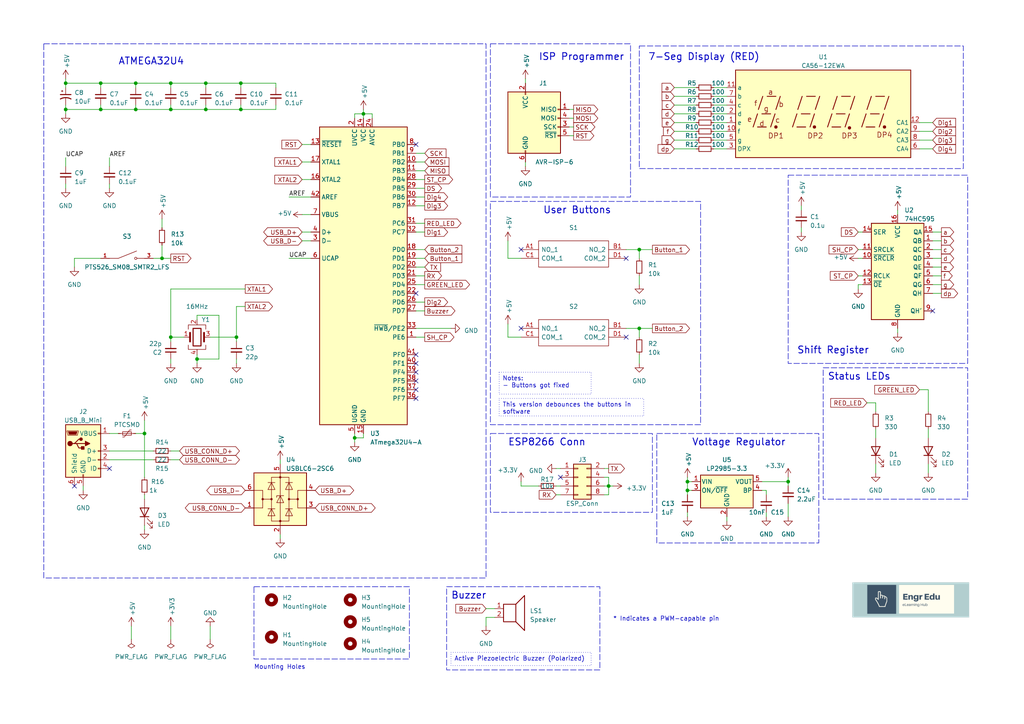
<source format=kicad_sch>
(kicad_sch (version 20230121) (generator eeschema)
  (paper "A4")
  (title_block (title "ATMEGA Kitchen Timer") (date "2023-04-15") (rev "3.0"))
  (junction (at 46.99 74.93))
  (junction (at 57.15 104.14))
  (junction (at 228.6 139.7))
  (junction (at 49.53 97.79))
  (junction (at 49.53 31.75))
  (junction (at 29.21 31.75))
  (junction (at 199.39 139.7))
  (junction (at 41.91 125.73))
  (junction (at 185.42 72.39))
  (junction (at 69.85 24.13))
  (junction (at 199.39 142.24))
  (junction (at 185.42 95.25))
  (junction (at 102.87 127))
  (junction (at 29.21 24.13))
  (junction (at 105.41 33.02))
  (junction (at 39.37 24.13))
  (junction (at 69.85 31.75))
  (junction (at 176.53 140.97))
  (junction (at 49.53 24.13))
  (junction (at 19.05 24.13))
  (junction (at 59.69 24.13))
  (junction (at 19.05 31.75))
  (junction (at 59.69 31.75))
  (junction (at 68.58 97.79))
  (junction (at 39.37 31.75))
  (no_connect (at 120.65 113.03))
  (no_connect (at 120.65 115.57))
  (no_connect (at 162.56 138.43))
  (no_connect (at 120.65 85.09))
  (no_connect (at 120.65 110.49))
  (no_connect (at 181.61 74.93))
  (no_connect (at 151.13 72.39))
  (no_connect (at 120.65 107.95))
  (no_connect (at 181.61 97.79))
  (no_connect (at 31.75 135.89))
  (no_connect (at 21.59 140.97))
  (no_connect (at 120.65 41.91))
  (no_connect (at 151.13 95.25))
  (no_connect (at 270.51 90.17))
  (no_connect (at 120.65 105.41))
  (no_connect (at 120.65 102.87))
  (wire (pts (xy 105.41 125.73) (xy 105.41 127)))
  (wire (pts (xy 228.6 138.43) (xy 228.6 139.7)))
  (wire (pts (xy 24.13 140.97) (xy 24.13 142.24)))
  (wire (pts (xy 19.05 24.13) (xy 19.05 25.4)))
  (wire (pts (xy 31.75 45.72) (xy 31.75 48.26)))
  (wire (pts (xy 260.35 95.25) (xy 260.35 96.52)))
  (wire (pts (xy 80.01 25.4) (xy 80.01 24.13)))
  (wire (pts (xy 185.42 95.25) (xy 185.42 97.79)))
  (wire (pts (xy 39.37 24.13) (xy 49.53 24.13)))
  (wire (pts (xy 59.69 30.48) (xy 59.69 31.75)))
  (wire (pts (xy 207.01 30.48) (xy 210.82 30.48)))
  (wire (pts (xy 19.05 31.75) (xy 19.05 33.02)))
  (wire (pts (xy 31.75 133.35) (xy 44.45 133.35)))
  (wire (pts (xy 49.53 99.06) (xy 49.53 97.79)))
  (wire (pts (xy 69.85 25.4) (xy 69.85 24.13)))
  (wire (pts (xy 57.15 104.14) (xy 57.15 105.41)))
  (wire (pts (xy 175.26 138.43) (xy 176.53 138.43)))
  (wire (pts (xy 69.85 24.13) (xy 80.01 24.13)))
  (wire (pts (xy 49.53 24.13) (xy 59.69 24.13)))
  (wire (pts (xy 60.96 181.61) (xy 60.96 185.42)))
  (wire (pts (xy 120.65 74.93) (xy 123.19 74.93)))
  (wire (pts (xy 120.65 57.15) (xy 123.19 57.15)))
  (wire (pts (xy 140.97 179.07) (xy 140.97 181.61)))
  (wire (pts (xy 120.65 90.17) (xy 123.19 90.17)))
  (wire (pts (xy 57.15 91.44) (xy 63.5 91.44)))
  (wire (pts (xy 270.51 67.31) (xy 273.05 67.31)))
  (wire (pts (xy 49.53 83.82) (xy 49.53 97.79)))
  (wire (pts (xy 185.42 95.25) (xy 189.23 95.25)))
  (wire (pts (xy 185.42 72.39) (xy 185.42 74.93)))
  (wire (pts (xy 228.6 146.05) (xy 228.6 149.86)))
  (wire (pts (xy 105.41 33.02) (xy 105.41 34.29)))
  (wire (pts (xy 46.99 63.5) (xy 46.99 66.04)))
  (wire (pts (xy 21.59 74.93) (xy 29.21 74.93)))
  (wire (pts (xy 120.65 80.01) (xy 123.19 80.01)))
  (wire (pts (xy 254 124.46) (xy 254 127)))
  (wire (pts (xy 41.91 143.51) (xy 41.91 144.78)))
  (wire (pts (xy 105.41 31.75) (xy 105.41 33.02)))
  (wire (pts (xy 248.92 72.39) (xy 250.19 72.39)))
  (wire (pts (xy 87.63 62.23) (xy 90.17 62.23)))
  (wire (pts (xy 222.25 148.59) (xy 222.25 149.86)))
  (wire (pts (xy 38.1 181.61) (xy 38.1 185.42)))
  (wire (pts (xy 161.29 143.51) (xy 162.56 143.51)))
  (wire (pts (xy 176.53 138.43) (xy 176.53 140.97)))
  (wire (pts (xy 57.15 102.87) (xy 57.15 104.14)))
  (wire (pts (xy 199.39 139.7) (xy 199.39 142.24)))
  (wire (pts (xy 39.37 31.75) (xy 29.21 31.75)))
  (wire (pts (xy 87.63 67.31) (xy 90.17 67.31)))
  (wire (pts (xy 195.58 30.48) (xy 201.93 30.48)))
  (wire (pts (xy 140.97 176.53) (xy 143.51 176.53)))
  (wire (pts (xy 59.69 31.75) (xy 49.53 31.75)))
  (wire (pts (xy 266.7 38.1) (xy 270.51 38.1)))
  (wire (pts (xy 87.63 52.07) (xy 90.17 52.07)))
  (wire (pts (xy 19.05 53.34) (xy 19.05 54.61)))
  (wire (pts (xy 269.24 113.03) (xy 269.24 119.38)))
  (wire (pts (xy 49.53 181.61) (xy 49.53 185.42)))
  (wire (pts (xy 49.53 133.35) (xy 52.07 133.35)))
  (wire (pts (xy 199.39 138.43) (xy 199.39 139.7)))
  (wire (pts (xy 195.58 27.94) (xy 201.93 27.94)))
  (wire (pts (xy 19.05 31.75) (xy 29.21 31.75)))
  (wire (pts (xy 39.37 30.48) (xy 39.37 31.75)))
  (wire (pts (xy 250.19 82.55) (xy 248.92 82.55)))
  (wire (pts (xy 69.85 31.75) (xy 80.01 31.75)))
  (wire (pts (xy 83.82 74.93) (xy 90.17 74.93)))
  (wire (pts (xy 156.21 140.97) (xy 151.13 140.97)))
  (wire (pts (xy 81.28 133.35) (xy 81.28 134.62)))
  (wire (pts (xy 161.29 140.97) (xy 162.56 140.97)))
  (wire (pts (xy 29.21 30.48) (xy 29.21 31.75)))
  (wire (pts (xy 269.24 124.46) (xy 269.24 127)))
  (wire (pts (xy 175.26 143.51) (xy 176.53 143.51)))
  (wire (pts (xy 195.58 35.56) (xy 201.93 35.56)))
  (wire (pts (xy 260.35 60.96) (xy 260.35 62.23)))
  (wire (pts (xy 266.7 113.03) (xy 269.24 113.03)))
  (wire (pts (xy 176.53 140.97) (xy 176.53 143.51)))
  (wire (pts (xy 102.87 125.73) (xy 102.87 127)))
  (wire (pts (xy 199.39 148.59) (xy 199.39 149.86)))
  (wire (pts (xy 228.6 140.97) (xy 228.6 139.7)))
  (wire (pts (xy 105.41 127) (xy 102.87 127)))
  (wire (pts (xy 68.58 88.9) (xy 68.58 97.79)))
  (wire (pts (xy 102.87 127) (xy 102.87 128.27)))
  (wire (pts (xy 232.41 59.69) (xy 232.41 60.96)))
  (wire (pts (xy 29.21 24.13) (xy 39.37 24.13)))
  (wire (pts (xy 195.58 38.1) (xy 201.93 38.1)))
  (wire (pts (xy 31.75 125.73) (xy 34.29 125.73)))
  (wire (pts (xy 46.99 71.12) (xy 46.99 74.93)))
  (wire (pts (xy 248.92 67.31) (xy 250.19 67.31)))
  (wire (pts (xy 207.01 25.4) (xy 210.82 25.4)))
  (wire (pts (xy 165.1 36.83) (xy 166.37 36.83)))
  (wire (pts (xy 39.37 25.4) (xy 39.37 24.13)))
  (wire (pts (xy 185.42 72.39) (xy 189.23 72.39)))
  (wire (pts (xy 81.28 154.94) (xy 81.28 156.21)))
  (wire (pts (xy 31.75 53.34) (xy 31.75 54.61)))
  (wire (pts (xy 44.45 74.93) (xy 46.99 74.93)))
  (wire (pts (xy 220.98 142.24) (xy 222.25 142.24)))
  (wire (pts (xy 120.65 77.47) (xy 123.19 77.47)))
  (wire (pts (xy 31.75 130.81) (xy 44.45 130.81)))
  (wire (pts (xy 147.32 97.79) (xy 147.32 93.98)))
  (wire (pts (xy 49.53 25.4) (xy 49.53 24.13)))
  (wire (pts (xy 152.4 46.99) (xy 152.4 48.26)))
  (wire (pts (xy 175.26 140.97) (xy 176.53 140.97)))
  (wire (pts (xy 49.53 97.79) (xy 53.34 97.79)))
  (wire (pts (xy 176.53 140.97) (xy 177.8 140.97)))
  (wire (pts (xy 269.24 134.62) (xy 269.24 137.16)))
  (wire (pts (xy 270.51 80.01) (xy 273.05 80.01)))
  (wire (pts (xy 266.7 40.64) (xy 270.51 40.64)))
  (wire (pts (xy 120.65 64.77) (xy 123.19 64.77)))
  (wire (pts (xy 151.13 140.97) (xy 151.13 139.7)))
  (wire (pts (xy 175.26 135.89) (xy 176.53 135.89)))
  (wire (pts (xy 248.92 74.93) (xy 250.19 74.93)))
  (wire (pts (xy 207.01 33.02) (xy 210.82 33.02)))
  (wire (pts (xy 102.87 33.02) (xy 105.41 33.02)))
  (wire (pts (xy 165.1 34.29) (xy 166.37 34.29)))
  (wire (pts (xy 49.53 130.81) (xy 52.07 130.81)))
  (wire (pts (xy 195.58 43.18) (xy 201.93 43.18)))
  (wire (pts (xy 143.51 179.07) (xy 140.97 179.07)))
  (wire (pts (xy 228.6 139.7) (xy 220.98 139.7)))
  (wire (pts (xy 181.61 95.25) (xy 185.42 95.25)))
  (wire (pts (xy 181.61 72.39) (xy 185.42 72.39)))
  (wire (pts (xy 120.65 44.45) (xy 123.19 44.45)))
  (wire (pts (xy 46.99 74.93) (xy 49.53 74.93)))
  (wire (pts (xy 41.91 152.4) (xy 41.91 153.67)))
  (wire (pts (xy 49.53 31.75) (xy 39.37 31.75)))
  (wire (pts (xy 39.37 125.73) (xy 41.91 125.73)))
  (wire (pts (xy 63.5 91.44) (xy 63.5 104.14)))
  (wire (pts (xy 80.01 30.48) (xy 80.01 31.75)))
  (wire (pts (xy 120.65 97.79) (xy 123.19 97.79)))
  (wire (pts (xy 107.95 33.02) (xy 105.41 33.02)))
  (wire (pts (xy 49.53 104.14) (xy 49.53 105.41)))
  (wire (pts (xy 248.92 82.55) (xy 248.92 83.82)))
  (wire (pts (xy 207.01 40.64) (xy 210.82 40.64)))
  (wire (pts (xy 41.91 121.92) (xy 41.91 125.73)))
  (wire (pts (xy 270.51 72.39) (xy 273.05 72.39)))
  (wire (pts (xy 207.01 27.94) (xy 210.82 27.94)))
  (wire (pts (xy 195.58 33.02) (xy 201.93 33.02)))
  (wire (pts (xy 49.53 30.48) (xy 49.53 31.75)))
  (wire (pts (xy 120.65 87.63) (xy 123.19 87.63)))
  (wire (pts (xy 199.39 142.24) (xy 200.66 142.24)))
  (wire (pts (xy 207.01 38.1) (xy 210.82 38.1)))
  (wire (pts (xy 151.13 74.93) (xy 147.32 74.93)))
  (wire (pts (xy 232.41 66.04) (xy 232.41 67.31)))
  (wire (pts (xy 120.65 49.53) (xy 123.19 49.53)))
  (wire (pts (xy 83.82 57.15) (xy 90.17 57.15)))
  (wire (pts (xy 199.39 142.24) (xy 199.39 143.51)))
  (wire (pts (xy 185.42 80.01) (xy 185.42 82.55)))
  (wire (pts (xy 59.69 25.4) (xy 59.69 24.13)))
  (wire (pts (xy 41.91 125.73) (xy 41.91 138.43)))
  (wire (pts (xy 270.51 74.93) (xy 273.05 74.93)))
  (wire (pts (xy 266.7 43.18) (xy 270.51 43.18)))
  (wire (pts (xy 165.1 31.75) (xy 166.37 31.75)))
  (wire (pts (xy 151.13 97.79) (xy 147.32 97.79)))
  (wire (pts (xy 270.51 77.47) (xy 273.05 77.47)))
  (wire (pts (xy 59.69 31.75) (xy 69.85 31.75)))
  (wire (pts (xy 270.51 69.85) (xy 273.05 69.85)))
  (wire (pts (xy 120.65 46.99) (xy 123.19 46.99)))
  (wire (pts (xy 107.95 34.29) (xy 107.95 33.02)))
  (wire (pts (xy 165.1 39.37) (xy 166.37 39.37)))
  (wire (pts (xy 161.29 135.89) (xy 162.56 135.89)))
  (wire (pts (xy 87.63 46.99) (xy 90.17 46.99)))
  (wire (pts (xy 210.82 149.86) (xy 210.82 151.13)))
  (wire (pts (xy 185.42 102.87) (xy 185.42 105.41)))
  (wire (pts (xy 195.58 25.4) (xy 201.93 25.4)))
  (wire (pts (xy 195.58 40.64) (xy 201.93 40.64)))
  (wire (pts (xy 19.05 24.13) (xy 29.21 24.13)))
  (wire (pts (xy 60.96 97.79) (xy 68.58 97.79)))
  (wire (pts (xy 68.58 104.14) (xy 68.58 105.41)))
  (wire (pts (xy 71.12 88.9) (xy 68.58 88.9)))
  (wire (pts (xy 120.65 67.31) (xy 123.19 67.31)))
  (wire (pts (xy 254 116.84) (xy 254 119.38)))
  (wire (pts (xy 69.85 30.48) (xy 69.85 31.75)))
  (wire (pts (xy 254 134.62) (xy 254 137.16)))
  (wire (pts (xy 120.65 82.55) (xy 123.19 82.55)))
  (wire (pts (xy 71.12 83.82) (xy 49.53 83.82)))
  (wire (pts (xy 87.63 41.91) (xy 90.17 41.91)))
  (wire (pts (xy 222.25 142.24) (xy 222.25 143.51)))
  (wire (pts (xy 69.85 24.13) (xy 59.69 24.13)))
  (wire (pts (xy 120.65 52.07) (xy 123.19 52.07)))
  (wire (pts (xy 63.5 104.14) (xy 57.15 104.14)))
  (wire (pts (xy 120.65 72.39) (xy 123.19 72.39)))
  (wire (pts (xy 19.05 45.72) (xy 19.05 48.26)))
  (wire (pts (xy 57.15 92.71) (xy 57.15 91.44)))
  (wire (pts (xy 19.05 30.48) (xy 19.05 31.75)))
  (wire (pts (xy 68.58 97.79) (xy 68.58 99.06)))
  (wire (pts (xy 29.21 25.4) (xy 29.21 24.13)))
  (wire (pts (xy 207.01 35.56) (xy 210.82 35.56)))
  (wire (pts (xy 270.51 85.09) (xy 273.05 85.09)))
  (wire (pts (xy 147.32 74.93) (xy 147.32 69.85)))
  (wire (pts (xy 200.66 139.7) (xy 199.39 139.7)))
  (wire (pts (xy 87.63 69.85) (xy 90.17 69.85)))
  (wire (pts (xy 19.05 22.86) (xy 19.05 24.13)))
  (wire (pts (xy 120.65 54.61) (xy 123.19 54.61)))
  (wire (pts (xy 102.87 34.29) (xy 102.87 33.02)))
  (wire (pts (xy 21.59 77.47) (xy 21.59 74.93)))
  (wire (pts (xy 266.7 35.56) (xy 270.51 35.56)))
  (wire (pts (xy 120.65 59.69) (xy 123.19 59.69)))
  (wire (pts (xy 248.92 80.01) (xy 250.19 80.01)))
  (wire (pts (xy 120.65 95.25) (xy 130.81 95.25)))
  (wire (pts (xy 251.46 116.84) (xy 254 116.84)))
  (wire (pts (xy 270.51 82.55) (xy 273.05 82.55)))
  (wire (pts (xy 152.4 22.86) (xy 152.4 24.13)))
  (wire (pts (xy 207.01 43.18) (xy 210.82 43.18)))
  (rectangle (start 142.24 12.7) (end 182.88 57.15) (stroke (width 0) (type dash)))
  (rectangle (start 190.5 125.73) (end 237.49 157.48) (stroke (width 0) (type dash)))
  (rectangle (start 238.76 106.68) (end 280.67 144.78) (stroke (width 0) (type dash)))
  (rectangle (start 73.66 170.18) (end 118.745 191.135) (stroke (width 0) (type dash)))
  (rectangle (start 12.7 12.7) (end 140.97 167.64) (stroke (width 0) (type dash)))
  (rectangle (start 129.54 170.18) (end 173.99 194.31) (stroke (width 0) (type dash)))
  (rectangle (start 142.24 58.42) (end 203.2 123.19) (stroke (width 0) (type dash)))
  (rectangle (start 228.6 50.8) (end 280.67 105.41) (stroke (width 0) (type dash)))
  (rectangle (start 185.42 13.335) (end 279.4 48.895) (stroke (width 0) (type dash)))
  (rectangle (start 142.24 125.73) (end 189.23 148.59) (stroke (width 0) (type dash)))
  (image (at 264.16 173.99) (scale 0.800628))
  (text_box "Notes:\n- Buttons got fixed" (at 144.78 107.95 0) (size 26.67 6.35) (stroke (width 0) (type dot)) (effects (font (size 1.27 1.27)) (justify left top)))
  (text_box "Active Piezoelectric Buzzer (Polarized)" (at 130.81 189.23 0) (size 40.64 3.81) (stroke (width 0) (type dot)) (effects (font (size 1.27 1.27)) (justify left top)))
  (text_box "This version debounces the buttons in software" (at 144.78 115.57 0) (size 41.91 5.08) (stroke (width 0) (type dot)) (effects (font (size 1.27 1.27)) (justify left top)))
  (text "Shift Register" (at 231.14 102.87 0) (effects (font (size 2 2) (thickness 0.254) bold) (justify left bottom)))
  (text "Mounting Holes" (at 73.66 194.31 0) (effects (font (size 1.27 1.27)) (justify left bottom)))
  (text "Voltage Regulator" (at 200.66 129.54 0) (effects (font (size 2 2) (thickness 0.254) bold) (justify left bottom)))
  (text "Status LEDs" (at 240.03 110.49 0) (effects (font (size 2 2) (thickness 0.254) bold) (justify left bottom)))
  (text "ATMEGA32U4" (at 34.29 19.05 0) (effects (font (size 2 2) (thickness 0.254) bold) (justify left bottom)))
  (text "User Buttons" (at 157.48 62.23 0) (effects (font (size 2 2) (thickness 0.254) bold) (justify left bottom)))
  (text "Buzzer" (at 130.81 173.99 0) (effects (font (size 2 2) (thickness 0.254) bold) (justify left bottom)))
  (text "* Indicates a PWM-capable pin" (at 177.8 180.34 0) (effects (font (size 1.27 1.27)) (justify left bottom)))
  (text "7-Seg Display (RED)" (at 187.96 17.78 0) (effects (font (size 2 2) (thickness 0.254) bold) (justify left bottom)))
  (text "ISP Programmer" (at 156.21 17.78 0) (effects (font (size 2 2) (thickness 0.254) bold) (justify left bottom)))
  (text "ESP8266 Conn\n" (at 147.32 129.54 0) (effects (font (size 2 2) (thickness 0.254) bold) (justify left bottom)))
  (label "UCAP" (at 19.05 45.72 0))
  (label "UCAP" (at 83.82 74.93 0))
  (label "AREF" (at 31.75 45.72 0))
  (label "AREF" (at 83.82 57.15 0))
  (global_label "XTAL1" (shape input) (at 87.63 46.99 180) (property "Intersheetrefs" "${INTERSHEET_REFS}" (effects hide)))
  (global_label "SCK" (shape input) (at 123.19 44.45 0) (property "Intersheetrefs" "${INTERSHEET_REFS}" (effects hide)))
  (global_label "RST" (shape output) (at 49.53 74.93 0) (property "Intersheetrefs" "${INTERSHEET_REFS}" (effects hide)))
  (global_label "GREEN_LED" (shape output) (at 123.19 82.55 0) (property "Intersheetrefs" "${INTERSHEET_REFS}" (effects hide)))
  (global_label "e" (shape output) (at 273.05 77.47 0) (property "Intersheetrefs" "${INTERSHEET_REFS}" (effects hide)))
  (global_label "Button_1" (shape output) (at 189.23 72.39 0) (property "Intersheetrefs" "${INTERSHEET_REFS}" (effects hide)))
  (global_label "DS" (shape output) (at 123.19 54.61 0) (property "Intersheetrefs" "${INTERSHEET_REFS}" (effects hide)))
  (global_label "XTAL2" (shape output) (at 71.12 88.9 0) (property "Intersheetrefs" "${INTERSHEET_REFS}" (effects hide)))
  (global_label "g" (shape output) (at 273.05 82.55 0) (property "Intersheetrefs" "${INTERSHEET_REFS}" (effects hide)))
  (global_label "dp" (shape output) (at 273.05 85.09 0) (property "Intersheetrefs" "${INTERSHEET_REFS}" (effects hide)))
  (global_label "Button_1" (shape input) (at 123.19 74.93 0) (property "Intersheetrefs" "${INTERSHEET_REFS}" (effects hide)))
  (global_label "TX" (shape input) (at 123.19 77.47 0) (property "Intersheetrefs" "${INTERSHEET_REFS}" (effects hide)))
  (global_label "b" (shape input) (at 195.58 27.94 180) (property "Intersheetrefs" "${INTERSHEET_REFS}" (effects hide)))
  (global_label "SH_CP" (shape output) (at 123.19 97.79 0) (property "Intersheetrefs" "${INTERSHEET_REFS}" (effects hide)))
  (global_label "f" (shape output) (at 273.05 80.01 0) (property "Intersheetrefs" "${INTERSHEET_REFS}" (effects hide)))
  (global_label "ST_CP" (shape input) (at 248.92 80.01 180) (property "Intersheetrefs" "${INTERSHEET_REFS}" (effects hide)))
  (global_label "RST" (shape output) (at 166.37 39.37 0) (property "Intersheetrefs" "${INTERSHEET_REFS}" (effects hide)))
  (global_label "ST_CP" (shape output) (at 123.19 52.07 0) (property "Intersheetrefs" "${INTERSHEET_REFS}" (effects hide)))
  (global_label "USB_CONN_D-" (shape bidirectional) (at 71.12 147.32 180) (property "Intersheetrefs" "${INTERSHEET_REFS}" (effects hide)))
  (global_label "d" (shape input) (at 195.58 33.02 180) (property "Intersheetrefs" "${INTERSHEET_REFS}" (effects hide)))
  (global_label "USB_D+" (shape bidirectional) (at 87.63 67.31 180) (property "Intersheetrefs" "${INTERSHEET_REFS}" (effects hide)))
  (global_label "a" (shape input) (at 195.58 25.4 180) (property "Intersheetrefs" "${INTERSHEET_REFS}" (effects hide)))
  (global_label "Dig1" (shape output) (at 123.19 67.31 0) (property "Intersheetrefs" "${INTERSHEET_REFS}" (effects hide)))
  (global_label "USB_D-" (shape bidirectional) (at 87.63 69.85 180) (property "Intersheetrefs" "${INTERSHEET_REFS}" (effects hide)))
  (global_label "MISO" (shape input) (at 123.19 49.53 0) (property "Intersheetrefs" "${INTERSHEET_REFS}" (effects hide)))
  (global_label "USB_CONN_D+" (shape bidirectional) (at 52.07 130.81 0) (property "Intersheetrefs" "${INTERSHEET_REFS}" (effects hide)))
  (global_label "SCK" (shape output) (at 166.37 36.83 0) (property "Intersheetrefs" "${INTERSHEET_REFS}" (effects hide)))
  (global_label "c" (shape output) (at 273.05 72.39 0) (property "Intersheetrefs" "${INTERSHEET_REFS}" (effects hide)))
  (global_label "USB_CONN_D+" (shape bidirectional) (at 91.44 147.32 0) (property "Intersheetrefs" "${INTERSHEET_REFS}" (effects hide)))
  (global_label "RX" (shape input) (at 161.29 143.51 180) (property "Intersheetrefs" "${INTERSHEET_REFS}" (effects hide)))
  (global_label "g" (shape input) (at 195.58 40.64 180) (property "Intersheetrefs" "${INTERSHEET_REFS}" (effects hide)))
  (global_label "Dig1" (shape input) (at 270.51 35.56 0) (property "Intersheetrefs" "${INTERSHEET_REFS}" (effects hide)))
  (global_label "USB_D+" (shape bidirectional) (at 91.44 142.24 0) (property "Intersheetrefs" "${INTERSHEET_REFS}" (effects hide)))
  (global_label "GREEN_LED" (shape input) (at 266.7 113.03 180) (property "Intersheetrefs" "${INTERSHEET_REFS}" (effects hide)))
  (global_label "a" (shape output) (at 273.05 67.31 0) (property "Intersheetrefs" "${INTERSHEET_REFS}" (effects hide)))
  (global_label "Dig2" (shape input) (at 270.51 38.1 0) (property "Intersheetrefs" "${INTERSHEET_REFS}" (effects hide)))
  (global_label "XTAL1" (shape output) (at 71.12 83.82 0) (property "Intersheetrefs" "${INTERSHEET_REFS}" (effects hide)))
  (global_label "Dig3" (shape output) (at 123.19 59.69 0) (property "Intersheetrefs" "${INTERSHEET_REFS}" (effects hide)))
  (global_label "DS" (shape input) (at 248.92 67.31 180) (property "Intersheetrefs" "${INTERSHEET_REFS}" (effects hide)))
  (global_label "RX" (shape output) (at 123.19 80.01 0) (property "Intersheetrefs" "${INTERSHEET_REFS}" (effects hide)))
  (global_label "SH_CP" (shape input) (at 248.92 72.39 180) (property "Intersheetrefs" "${INTERSHEET_REFS}" (effects hide)))
  (global_label "Button_2" (shape output) (at 189.23 95.25 0) (property "Intersheetrefs" "${INTERSHEET_REFS}" (effects hide)))
  (global_label "Dig4" (shape input) (at 270.51 43.18 0) (property "Intersheetrefs" "${INTERSHEET_REFS}" (effects hide)))
  (global_label "MOSI" (shape input) (at 123.19 46.99 0) (property "Intersheetrefs" "${INTERSHEET_REFS}" (effects hide)))
  (global_label "XTAL2" (shape input) (at 87.63 52.07 180) (property "Intersheetrefs" "${INTERSHEET_REFS}" (effects hide)))
  (global_label "c" (shape input) (at 195.58 30.48 180) (property "Intersheetrefs" "${INTERSHEET_REFS}" (effects hide)))
  (global_label "Button_2" (shape input) (at 123.19 72.39 0) (property "Intersheetrefs" "${INTERSHEET_REFS}" (effects hide)))
  (global_label "USB_D-" (shape bidirectional) (at 71.12 142.24 180) (property "Intersheetrefs" "${INTERSHEET_REFS}" (effects hide)))
  (global_label "dp" (shape input) (at 195.58 43.18 180) (property "Intersheetrefs" "${INTERSHEET_REFS}" (effects hide)))
  (global_label "RST" (shape input) (at 87.63 41.91 180) (property "Intersheetrefs" "${INTERSHEET_REFS}" (effects hide)))
  (global_label "RED_LED" (shape output) (at 123.19 64.77 0) (property "Intersheetrefs" "${INTERSHEET_REFS}" (effects hide)))
  (global_label "Buzzer" (shape output) (at 123.19 90.17 0) (property "Intersheetrefs" "${INTERSHEET_REFS}" (effects hide)))
  (global_label "Dig3" (shape input) (at 270.51 40.64 0) (property "Intersheetrefs" "${INTERSHEET_REFS}" (effects hide)))
  (global_label "Buzzer" (shape input) (at 140.97 176.53 180) (property "Intersheetrefs" "${INTERSHEET_REFS}" (effects hide)))
  (global_label "TX" (shape output) (at 176.53 135.89 0) (property "Intersheetrefs" "${INTERSHEET_REFS}" (effects hide)))
  (global_label "Dig2" (shape output) (at 123.19 87.63 0) (property "Intersheetrefs" "${INTERSHEET_REFS}" (effects hide)))
  (global_label "d" (shape output) (at 273.05 74.93 0) (property "Intersheetrefs" "${INTERSHEET_REFS}" (effects hide)))
  (global_label "USB_CONN_D-" (shape bidirectional) (at 52.07 133.35 0) (property "Intersheetrefs" "${INTERSHEET_REFS}" (effects hide)))
  (global_label "MISO" (shape output) (at 166.37 31.75 0) (property "Intersheetrefs" "${INTERSHEET_REFS}" (effects hide)))
  (global_label "e" (shape input) (at 195.58 35.56 180) (property "Intersheetrefs" "${INTERSHEET_REFS}" (effects hide)))
  (global_label "f" (shape input) (at 195.58 38.1 180) (property "Intersheetrefs" "${INTERSHEET_REFS}" (effects hide)))
  (global_label "b" (shape output) (at 273.05 69.85 0) (property "Intersheetrefs" "${INTERSHEET_REFS}" (effects hide)))
  (global_label "Dig4" (shape output) (at 123.19 57.15 0) (property "Intersheetrefs" "${INTERSHEET_REFS}" (effects hide)))
  (global_label "MOSI" (shape output) (at 166.37 34.29 0) (property "Intersheetrefs" "${INTERSHEET_REFS}" (effects hide)))
  (global_label "RED_LED" (shape input) (at 251.46 116.84 180) (property "Intersheetrefs" "${INTERSHEET_REFS}" (effects hide)))
  (symbol (lib_id "power:+5V") (at 147.32 93.98 0) (unit 1)
    (property "Reference" "#PWR014" (effects hide))
    (property "Value" "+5V" (at 147.6756 90.932 90) (effects (justify left)))
  )
  (symbol (lib_id "74xx:74HC595") (at 260.35 77.47 0) (unit 1)
    (property "Reference" "U2" (at 262.3059 60.96 0) (effects (justify left)))
    (property "Value" "74HC595" (at 262.3059 63.5 0) (effects (justify left)))
    (property "Footprint" "Package_SO:TSSOP-16_4.4x5mm_P0.65mm" (effects hide))
    (property "Datasheet" "http://www.ti.com/lit/ds/symlink/sn74hc595.pdf" (effects hide))
  )
  (symbol (lib_id "Device:C_Small") (at 49.53 27.94 0) (unit 1)
    (property "Reference" "C5" (at 52.07 27.3113 0) (effects (justify left)))
    (property "Value" "0.1uF" (at 52.07 29.8513 0) (effects (justify left)))
    (property "Footprint" "Capacitor_SMD:C_0603_1608Metric" (effects hide))
  )
  (symbol (lib_id "power:+5V") (at 19.05 22.86 0) (unit 1)
    (property "Reference" "#PWR023" (effects hide))
    (property "Value" "+5V" (at 19.4056 19.812 90) (effects (justify left)))
  )
  (symbol (lib_id "Device:R_Small") (at 46.99 130.81 90) (unit 1)
    (property "Reference" "R14" (at 46.99 128.27 90))
    (property "Value" "22" (at 46.99 130.81 90))
    (property "Footprint" "Resistor_SMD:R_0603_1608Metric" (effects hide))
  )
  (symbol (lib_id "Device:LED") (at 254 130.81 90) (unit 1)
    (property "Reference" "D1" (at 257.81 131.7625 90) (effects (justify right)))
    (property "Value" "LED" (at 257.81 134.3025 90) (effects (justify right)))
    (property "Footprint" "LED_SMD:LED_0805_2012Metric" (effects hide))
  )
  (symbol (lib_id "Mechanical:MountingHole") (at 78.74 173.99 0) (unit 1)
    (property "Reference" "H2" (at 81.915 173.355 0) (effects (justify left)))
    (property "Value" "MountingHole" (at 81.915 175.895 0) (effects (justify left)))
    (property "Footprint" "MountingHole:MountingHole_2.2mm_M2" (effects hide))
  )
  (symbol (lib_id "power:GND") (at 102.87 128.27 0) (unit 1)
    (property "Reference" "#PWR03" (effects hide))
    (property "Value" "GND" (at 102.87 133.35 0))
  )
  (symbol (lib_id "Mechanical:MountingHole") (at 101.6 186.69 0) (unit 1)
    (property "Reference" "H4" (at 104.775 186.055 0) (effects (justify left)))
    (property "Value" "MountingHole" (at 104.775 188.595 0) (effects (justify left)))
    (property "Footprint" "MountingHole:MountingHole_2.2mm_M2" (effects hide))
  )
  (symbol (lib_id "power:+5V") (at 87.63 62.23 90) (unit 1)
    (property "Reference" "#PWR05" (effects hide))
    (property "Value" "+5V" (at 84.582 61.8744 90) (effects (justify left)))
  )
  (symbol (lib_id "Device:C_Small") (at 232.41 63.5 0) (unit 1)
    (property "Reference" "C1" (at 234.95 62.8713 0) (effects (justify left)))
    (property "Value" "0.1u" (at 234.95 65.4113 0) (effects (justify left)))
    (property "Footprint" "Capacitor_SMD:C_0603_1608Metric" (effects hide))
  )
  (symbol (lib_id "power:GND") (at 31.75 54.61 0) (unit 1)
    (property "Reference" "#PWR025" (effects hide))
    (property "Value" "GND" (at 31.75 59.69 0))
  )
  (symbol (lib_id "power:GND") (at 228.6 149.86 0) (unit 1)
    (property "Reference" "#PWR044" (effects hide))
    (property "Value" "GND" (at 228.6 154.94 0))
  )
  (symbol (lib_id "Device:C_Small") (at 39.37 27.94 0) (unit 1)
    (property "Reference" "C4" (at 41.91 27.3113 0) (effects (justify left)))
    (property "Value" "0.1uF" (at 41.91 29.8513 0) (effects (justify left)))
    (property "Footprint" "Capacitor_SMD:C_0603_1608Metric" (effects hide))
  )
  (symbol (lib_id "power:+5V") (at 199.39 138.43 0) (unit 1)
    (property "Reference" "#PWR039" (effects hide))
    (property "Value" "+5V" (at 199.7456 135.382 90) (effects (justify left)))
  )
  (symbol (lib_id "Device:Crystal_GND24") (at 57.15 97.79 0) (unit 1)
    (property "Reference" "Y1" (at 59.69 92.71 0))
    (property "Value" "16MHz" (at 57.15 88.9 0))
    (property "Footprint" "Crystal:Crystal_SMD_Abracon_ABM8G-4Pin_3.2x2.5mm" (effects hide))
  )
  (symbol (lib_id "Device:R_Small") (at 41.91 140.97 0) (unit 1)
    (property "Reference" "R16" (at 45.72 139.7 0))
    (property "Value" "1k" (at 44.45 142.24 0))
    (property "Footprint" "Resistor_SMD:R_0603_1608Metric" (effects hide))
  )
  (symbol (lib_id "Device:C_Small") (at 19.05 50.8 0) (unit 1)
    (property "Reference" "C9" (at 21.59 50.1713 0) (effects (justify left)))
    (property "Value" "1uF" (at 21.59 52.7113 0) (effects (justify left)))
    (property "Footprint" "Capacitor_SMD:C_0603_1608Metric" (effects hide))
  )
  (symbol (lib_id "PTS526_SMD_Button:PTS526_SM08_SMTR2_LFS") (at 36.83 74.93 0) (unit 1)
    (property "Reference" "S3" (at 36.83 68.58 0))
    (property "Value" "PTS526_SM08_SMTR2_LFS" (at 36.83 77.47 0))
    (property "Footprint" "PTS526_SMD_Button:PTS526_SMD_Button" (effects hide))
    (property "STANDARD" "Manufacturer Recommendations" (effects hide))
    (property "MANUFACTURER" "C&K" (effects hide))
    (property "PARTREV" "20 mar 19" (effects hide))
    (property "MAXIMUM_PACKAGE_HEIGHT" "0.95mm" (effects hide))
  )
  (symbol (lib_id "PTS125_SMD_Button:PTS125SM43SMTR21M_LFS") (at 151.13 95.25 0) (unit 1)
    (property "Reference" "S2" (at 166.37 88.9 0))
    (property "Value" "PTS125SM43SMTR21M_LFS" (effects hide))
    (property "Footprint" "PTS125_SMD_Button:PTS125_SMD_Button" (effects hide))
    (property "Datasheet" "https://www.ckswitches.com/media/1462/pts125.pdf" (effects hide))
    (property "Description" "Tactile Switches SWITCH TACTILE 50mA @ 12VDC, SPST-NO, Surface Mount, Top Actuated, Gull Wing, 180gf" (effects hide))
    (property "Height" "4.3" (effects hide))
    (property "Manufacturer_Name" "C & K COMPONENTS" (effects hide))
    (property "Manufacturer_Part_Number" "PTS125SM43SMTR21M LFS" (effects hide))
    (property "Mouser Part Number" "611-PTS125S43SMTRLFS" (effects hide))
    (property "Mouser Price/Stock" "https://www.mouser.co.uk/ProductDetail/CK/PTS125SM43SMTR21M-LFS?qs=t7xnP681wgUNXpRGJY2Vkw%3D%3D" (effects hide))
  )
  (symbol (lib_id "Device:R_Small") (at 46.99 133.35 90) (unit 1)
    (property "Reference" "R15" (at 46.99 135.89 90))
    (property "Value" "22" (at 46.99 133.35 90))
    (property "Footprint" "Resistor_SMD:R_0603_1608Metric" (effects hide))
  )
  (symbol (lib_id "Mechanical:MountingHole") (at 78.74 184.785 0) (unit 1)
    (property "Reference" "H1" (at 81.915 184.15 0) (effects (justify left)))
    (property "Value" "MountingHole" (at 81.915 186.69 0) (effects (justify left)))
    (property "Footprint" "MountingHole:MountingHole_2.2mm_M2" (effects hide))
  )
  (symbol (lib_id "Device:C_Small") (at 69.85 27.94 0) (unit 1)
    (property "Reference" "C10" (at 72.39 27.3113 0) (effects (justify left)))
    (property "Value" "0.1uF" (at 72.39 29.8513 0) (effects (justify left)))
    (property "Footprint" "Capacitor_SMD:C_0603_1608Metric" (effects hide))
  )
  (symbol (lib_id "power:GND") (at 222.25 149.86 0) (unit 1)
    (property "Reference" "#PWR043" (effects hide))
    (property "Value" "GND" (at 222.25 154.94 0))
  )
  (symbol (lib_id "power:GND") (at 49.53 105.41 0) (unit 1)
    (property "Reference" "#PWR026" (effects hide))
    (property "Value" "GND" (at 49.53 110.49 0))
  )
  (symbol (lib_name "GND_3") (lib_id "power:GND") (at 232.41 67.31 0) (unit 1)
    (property "Reference" "#PWR01" (effects hide))
    (property "Value" "GND" (at 232.41 72.39 0))
  )
  (symbol (lib_id "power:PWR_FLAG") (at 38.1 185.42 180) (unit 1)
    (property "Reference" "#FLG02" (effects hide))
    (property "Value" "PWR_FLAG" (at 38.1 190.5 0))
  )
  (symbol (lib_id "Device:C_Small") (at 29.21 27.94 0) (unit 1)
    (property "Reference" "C7" (at 31.75 27.3113 0) (effects (justify left)))
    (property "Value" "0.1uF" (at 31.75 29.8513 0) (effects (justify left)))
    (property "Footprint" "Capacitor_SMD:C_0603_1608Metric" (effects hide))
  )
  (symbol (lib_id "power:+5V") (at 232.41 59.69 0) (unit 1)
    (property "Reference" "#PWR02" (effects hide))
    (property "Value" "+5V" (at 232.7656 56.642 90) (effects (justify left)))
  )
  (symbol (lib_id "power:GND") (at 130.81 95.25 90) (unit 1)
    (property "Reference" "#PWR021" (effects hide))
    (property "Value" "GND" (at 134.62 95.885 90) (effects (justify right)))
  )
  (symbol (lib_id "Device:R_Small") (at 204.47 33.02 90) (unit 1)
    (property "Reference" "R8" (at 200.66 31.75 90))
    (property "Value" "100" (at 208.28 31.75 90))
    (property "Footprint" "Resistor_SMD:R_0805_2012Metric" (effects hide))
  )
  (symbol (lib_id "power:+5V") (at 260.35 60.96 0) (unit 1)
    (property "Reference" "#PWR07" (effects hide))
    (property "Value" "+5V" (at 260.7056 57.912 90) (effects (justify left)))
  )
  (symbol (lib_id "Mechanical:MountingHole") (at 101.6 173.99 0) (unit 1)
    (property "Reference" "H3" (at 104.775 173.355 0) (effects (justify left)))
    (property "Value" "MountingHole" (at 104.775 175.895 0) (effects (justify left)))
    (property "Footprint" "MountingHole:MountingHole_2.2mm_M2" (effects hide))
  )
  (symbol (lib_id "Device:Polyfuse_Small") (at 36.83 125.73 90) (unit 1)
    (property "Reference" "F1" (at 36.83 120.65 90))
    (property "Value" "PTCSMD" (at 36.83 123.19 90))
    (property "Footprint" "Fuse:Fuse_1812_4532Metric" (effects hide))
  )
  (symbol (lib_id "Connector:USB_B_Mini") (at 24.13 130.81 0) (unit 1)
    (property "Reference" "J2" (at 24.13 119.38 0))
    (property "Value" "USB_B_Mini" (at 24.13 121.92 0))
    (property "Footprint" "Connector_USB:USB_Mini-B_Lumberg_2486_01_Horizontal" (effects hide))
  )
  (symbol (lib_id "Device:R_Small") (at 185.42 77.47 0) (unit 1)
    (property "Reference" "R1" (at 187.96 76.835 0) (effects (justify left)))
    (property "Value" "10k" (at 187.96 79.375 0) (effects (justify left)))
    (property "Footprint" "Resistor_SMD:R_0805_2012Metric" (effects hide))
  )
  (symbol (lib_id "Device:R_Small") (at 185.42 100.33 0) (unit 1)
    (property "Reference" "R2" (at 187.96 99.695 0) (effects (justify left)))
    (property "Value" "10k" (at 187.96 102.235 0) (effects (justify left)))
    (property "Footprint" "Resistor_SMD:R_0805_2012Metric" (effects hide))
  )
  (symbol (lib_id "power:+5V") (at 38.1 181.61 0) (unit 1)
    (property "Reference" "#PWR018" (effects hide))
    (property "Value" "+5V" (at 38.4556 178.562 90) (effects (justify left)))
  )
  (symbol (lib_id "Device:R_Small") (at 204.47 30.48 90) (unit 1)
    (property "Reference" "R7" (at 200.66 29.21 90))
    (property "Value" "100" (at 208.28 29.21 90))
    (property "Footprint" "Resistor_SMD:R_0805_2012Metric" (effects hide))
  )
  (symbol (lib_id "power:GND") (at 41.91 153.67 0) (unit 1)
    (property "Reference" "#PWR030" (effects hide))
    (property "Value" "GND" (at 41.91 158.75 0))
  )
  (symbol (lib_id "Device:LED") (at 269.24 130.81 90) (unit 1)
    (property "Reference" "D2" (at 273.05 131.7625 90) (effects (justify right)))
    (property "Value" "LED" (at 273.05 134.3025 90) (effects (justify right)))
    (property "Footprint" "LED_SMD:LED_0805_2012Metric" (effects hide))
  )
  (symbol (lib_id "power:+5V") (at 152.4 22.86 0) (unit 1)
    (property "Reference" "#PWR034" (effects hide))
    (property "Value" "+5V" (at 152.7556 19.812 90) (effects (justify left)))
  )
  (symbol (lib_id "power:PWR_FLAG") (at 49.53 185.42 180) (unit 1)
    (property "Reference" "#FLG03" (effects hide))
    (property "Value" "PWR_FLAG" (at 49.53 190.5 0))
  )
  (symbol (lib_id "Device:R_Small") (at 204.47 38.1 90) (unit 1)
    (property "Reference" "R10" (at 200.66 36.83 90))
    (property "Value" "100" (at 208.28 36.83 90))
    (property "Footprint" "Resistor_SMD:R_0805_2012Metric" (effects hide))
  )
  (symbol (lib_id "Device:C_Small") (at 68.58 101.6 0) (unit 1)
    (property "Reference" "C3" (at 71.12 100.9713 0) (effects (justify left)))
    (property "Value" "22p" (at 71.12 103.5113 0) (effects (justify left)))
    (property "Footprint" "Capacitor_SMD:C_0603_1608Metric" (effects hide))
  )
  (symbol (lib_id "Regulator_Linear:LP2985-3.3") (at 210.82 142.24 0) (unit 1)
    (property "Reference" "U5" (at 210.82 133.35 0))
    (property "Value" "LP2985-3.3" (at 210.82 135.89 0))
    (property "Footprint" "Package_TO_SOT_SMD:SOT-23-5" (effects hide))
    (property "Datasheet" "http://www.ti.com/lit/ds/symlink/lp2985.pdf" (effects hide))
  )
  (symbol (lib_id "Mechanical:MountingHole") (at 101.6 180.34 0) (unit 1)
    (property "Reference" "H5" (at 104.775 179.705 0) (effects (justify left)))
    (property "Value" "MountingHole" (at 104.775 182.245 0) (effects (justify left)))
    (property "Footprint" "MountingHole:MountingHole_2.2mm_M2" (effects hide))
  )
  (symbol (lib_id "Device:C_Small") (at 222.25 146.05 0) (unit 1)
    (property "Reference" "C15" (at 223.52 148.59 0) (effects (justify left)))
    (property "Value" "10nF" (at 217.17 148.59 0) (effects (justify left)))
    (property "Footprint" "Capacitor_SMD:C_0603_1608Metric" (effects hide))
  )
  (symbol (lib_id "power:GND") (at 199.39 149.86 0) (unit 1)
    (property "Reference" "#PWR042" (effects hide))
    (property "Value" "GND" (at 199.39 154.94 0))
  )
  (symbol (lib_id "power:+5V") (at 81.28 133.35 0) (unit 1)
    (property "Reference" "#PWR033" (effects hide))
    (property "Value" "+5V" (at 81.6356 130.302 90) (effects (justify left)))
  )
  (symbol (lib_id "power:PWR_FLAG") (at 60.96 185.42 180) (unit 1)
    (property "Reference" "#FLG04" (effects hide))
    (property "Value" "PWR_FLAG" (at 60.96 190.5 0))
  )
  (symbol (lib_id "Device:R_Small") (at 254 121.92 0) (unit 1)
    (property "Reference" "R3" (at 256.54 121.285 0) (effects (justify left)))
    (property "Value" "330" (at 256.54 123.825 0) (effects (justify left)))
    (property "Footprint" "Resistor_SMD:R_0805_2012Metric" (effects hide))
  )
  (symbol (lib_name "GND_1") (lib_id "power:GND") (at 185.42 105.41 0) (unit 1)
    (property "Reference" "#PWR015" (effects hide))
    (property "Value" "GND" (at 185.42 110.49 0))
  )
  (symbol (lib_name "GND_1") (lib_id "power:GND") (at 60.96 181.61 180) (unit 1)
    (property "Reference" "#PWR011" (effects hide))
    (property "Value" "GND" (at 60.96 177.8 0))
  )
  (symbol (lib_id "power:+5V") (at 41.91 121.92 0) (unit 1)
    (property "Reference" "#PWR029" (effects hide))
    (property "Value" "+5V" (at 42.2656 118.872 90) (effects (justify left)))
  )
  (symbol (lib_id "power:GND") (at 19.05 54.61 0) (unit 1)
    (property "Reference" "#PWR022" (effects hide))
    (property "Value" "GND" (at 19.05 59.69 0))
  )
  (symbol (lib_id "Device:R_Small") (at 204.47 25.4 90) (unit 1)
    (property "Reference" "R5" (at 200.66 24.13 90))
    (property "Value" "100" (at 208.28 24.13 90))
    (property "Footprint" "Resistor_SMD:R_0805_2012Metric" (effects hide))
  )
  (symbol (lib_id "Device:R_Small") (at 158.75 140.97 90) (unit 1)
    (property "Reference" "R17" (at 160.6473 139.0392 90) (effects (justify left)))
    (property "Value" "10k" (at 160.5693 140.9909 90) (effects (justify left)))
    (property "Footprint" "Resistor_SMD:R_0603_1608Metric" (effects hide))
  )
  (symbol (lib_id "power:+5V") (at 248.92 74.93 90) (unit 1)
    (property "Reference" "#PWR09" (effects hide))
    (property "Value" "+5V" (at 245.872 74.5744 90) (effects (justify left)))
  )
  (symbol (lib_id "power:+3.3V") (at 228.6 138.43 0) (unit 1)
    (property "Reference" "#PWR040" (effects hide))
    (property "Value" "+3.3V" (at 224.69 135.076 0))
  )
  (symbol (lib_id "Device:C_Small") (at 228.6 143.51 0) (unit 1)
    (property "Reference" "C14" (at 231.14 142.24 0) (effects (justify left)))
    (property "Value" "2.2uF" (at 231.14 144.78 0) (effects (justify left)))
    (property "Footprint" "Capacitor_SMD:C_0603_1608Metric" (effects hide))
  )
  (symbol (lib_id "Device:LED") (at 41.91 148.59 90) (unit 1)
    (property "Reference" "D3" (at 45.72 149.5425 90) (effects (justify right)))
    (property "Value" "LED" (at 45.72 152.0825 90) (effects (justify right)))
    (property "Footprint" "LED_SMD:LED_0805_2012Metric" (effects hide))
  )
  (symbol (lib_name "GND_1") (lib_id "power:GND") (at 248.92 83.82 0) (unit 1)
    (property "Reference" "#PWR08" (effects hide))
    (property "Value" "GND" (at 248.92 88.9 0))
  )
  (symbol (lib_id "Connector_Generic:Conn_02x04_Odd_Even") (at 167.64 138.43 0) (unit 1)
    (property "Reference" "J3" (at 168.91 133.35 0))
    (property "Value" "ESP_Conn" (at 168.91 146.05 0))
    (property "Footprint" "Connector_PinSocket_2.54mm:PinSocket_2x04_P2.54mm_Vertical" (effects hide))
  )
  (symbol (lib_id "power:GND") (at 24.13 142.24 0) (unit 1)
    (property "Reference" "#PWR031" (effects hide))
    (property "Value" "GND" (at 24.13 147.32 0))
  )
  (symbol (lib_id "power:GND") (at 19.05 33.02 0) (unit 1)
    (property "Reference" "#PWR024" (effects hide))
    (property "Value" "GND" (at 19.05 38.1 0))
  )
  (symbol (lib_id "power:GND") (at 57.15 105.41 0) (unit 1)
    (property "Reference" "#PWR017" (effects hide))
    (property "Value" "GND" (at 57.15 110.49 0))
  )
  (symbol (lib_id "Display_Character:CA56-12EWA") (at 238.76 33.02 0) (unit 1)
    (property "Reference" "U1" (at 238.76 16.51 0))
    (property "Value" "CA56-12EWA" (at 238.76 19.05 0))
    (property "Footprint" "Display_7Segment:CA56-12EWA" (effects hide))
    (property "Datasheet" "http://cdn.sparkfun.com/datasheets/Components/LED/1LEDREDCC.pdf" (effects hide))
  )
  (symbol (lib_id "Device:C_Small") (at 80.01 27.94 0) (unit 1)
    (property "Reference" "C11" (at 82.55 27.3113 0) (effects (justify left)))
    (property "Value" "0.1uF" (at 82.55 29.8513 0) (effects (justify left)))
    (property "Footprint" "Capacitor_SMD:C_0603_1608Metric" (effects hide))
  )
  (symbol (lib_id "Connector:AVR-ISP-6") (at 154.94 36.83 0) (unit 1)
    (property "Reference" "J1" (at 158.75 24.13 0) (effects (justify right)))
    (property "Value" "AVR-ISP-6" (at 166.37 46.99 0) (effects (justify right)))
    (property "Footprint" "Connector_PinSocket_2.54mm:PinSocket_2x03_P2.54mm_Vertical" (effects hide))
    (property "Datasheet" " ~" (effects hide))
  )
  (symbol (lib_id "Device:C_Polarized_Small_US") (at 19.05 27.94 0) (unit 1)
    (property "Reference" "C8" (at 21.59 26.8732 0) (effects (justify left)))
    (property "Value" "10uF" (at 21.59 29.4132 0) (effects (justify left)))
    (property "Footprint" "Capacitor_SMD:C_0805_2012Metric" (effects hide))
  )
  (symbol (lib_id "Device:C_Small") (at 31.75 50.8 0) (unit 1)
    (property "Reference" "C12" (at 34.29 50.1713 0) (effects (justify left)))
    (property "Value" "0.1uF" (at 34.29 52.7113 0) (effects (justify left)))
    (property "Footprint" "Capacitor_SMD:C_0603_1608Metric" (effects hide))
  )
  (symbol (lib_id "power:GND") (at 81.28 156.21 0) (unit 1)
    (property "Reference" "#PWR032" (effects hide))
    (property "Value" "GND" (at 81.28 161.29 0))
  )
  (symbol (lib_id "power:GND") (at 210.82 151.13 0) (unit 1)
    (property "Reference" "#PWR041" (effects hide))
    (property "Value" "GND" (at 210.82 156.21 0))
  )
  (symbol (lib_name "GND_2") (lib_id "power:GND") (at 269.24 137.16 0) (unit 1)
    (property "Reference" "#PWR020" (effects hide))
    (property "Value" "GND" (at 269.24 142.24 0))
  )
  (symbol (lib_id "Device:R_Small") (at 204.47 40.64 90) (unit 1)
    (property "Reference" "R11" (at 200.66 39.37 90))
    (property "Value" "100" (at 208.28 39.37 90))
    (property "Footprint" "Resistor_SMD:R_0805_2012Metric" (effects hide))
  )
  (symbol (lib_id "Device:R_Small") (at 269.24 121.92 0) (unit 1)
    (property "Reference" "R4" (at 271.78 121.285 0) (effects (justify left)))
    (property "Value" "330" (at 271.78 123.825 0) (effects (justify left)))
    (property "Footprint" "Resistor_SMD:R_0805_2012Metric" (effects hide))
  )
  (symbol (lib_id "power:GND") (at 68.58 105.41 0) (unit 1)
    (property "Reference" "#PWR045" (effects hide))
    (property "Value" "GND" (at 68.58 110.49 0))
  )
  (symbol (lib_id "Device:C_Small") (at 59.69 27.94 0) (unit 1)
    (property "Reference" "C6" (at 62.23 27.3113 0) (effects (justify left)))
    (property "Value" "0.1uF" (at 62.23 29.8513 0) (effects (justify left)))
    (property "Footprint" "Capacitor_SMD:C_0603_1608Metric" (effects hide))
  )
  (symbol (lib_id "power:GND") (at 152.4 48.26 0) (unit 1)
    (property "Reference" "#PWR035" (effects hide))
    (property "Value" "GND" (at 152.4 53.34 0))
  )
  (symbol (lib_id "Device:R_Small") (at 204.47 27.94 90) (unit 1)
    (property "Reference" "R6" (at 200.66 26.67 90))
    (property "Value" "100" (at 208.28 26.67 90))
    (property "Footprint" "Resistor_SMD:R_0805_2012Metric" (effects hide))
  )
  (symbol (lib_name "GND_1") (lib_id "power:GND") (at 140.97 181.61 0) (unit 1)
    (property "Reference" "#PWR016" (effects hide))
    (property "Value" "GND" (at 140.97 186.69 0))
  )
  (symbol (lib_id "power:GND") (at 21.59 77.47 0) (unit 1)
    (property "Reference" "#PWR027" (effects hide))
    (property "Value" "GND" (at 21.59 82.55 0))
  )
  (symbol (lib_id "power:+5V") (at 105.41 31.75 0) (unit 1)
    (property "Reference" "#PWR04" (effects hide))
    (property "Value" "+5V" (at 105.7656 28.702 90) (effects (justify left)))
  )
  (symbol (lib_name "GND_3") (lib_id "power:GND") (at 260.35 96.52 0) (unit 1)
    (property "Reference" "#PWR06" (effects hide))
    (property "Value" "GND" (at 260.35 101.6 0))
  )
  (symbol (lib_id "power:+5V") (at 46.99 63.5 0) (unit 1)
    (property "Reference" "#PWR028" (effects hide))
    (property "Value" "+5V" (at 47.3456 60.452 90) (effects (justify left)))
  )
  (symbol (lib_id "Device:C_Small") (at 49.53 101.6 180) (unit 1)
    (property "Reference" "C2" (at 46.99 102.2287 0) (effects (justify left)))
    (property "Value" "22p" (at 46.99 99.6887 0) (effects (justify left)))
    (property "Footprint" "Capacitor_SMD:C_0603_1608Metric" (effects hide))
  )
  (symbol (lib_id "Device:C_Small") (at 199.39 146.05 0) (unit 1)
    (property "Reference" "C13" (at 191.77 146.05 0) (effects (justify left)))
    (property "Value" "1uF" (at 191.77 148.59 0) (effects (justify left)))
    (property "Footprint" "Capacitor_SMD:C_0603_1608Metric" (effects hide))
  )
  (symbol (lib_id "Power_Protection:USBLC6-2SC6") (at 81.28 144.78 0) (unit 1)
    (property "Reference" "U4" (at 82.9311 133.35 0) (effects (justify left)))
    (property "Value" "USBLC6-2SC6" (at 82.9311 135.89 0) (effects (justify left)))
    (property "Footprint" "Package_TO_SOT_SMD:SOT-23-6" (effects hide))
    (property "Datasheet" "https://www.st.com/resource/en/datasheet/usblc6-2.pdf" (effects hide))
  )
  (symbol (lib_id "PTS125_SMD_Button:PTS125SM43SMTR21M_LFS") (at 151.13 72.39 0) (unit 1)
    (property "Reference" "S1" (at 166.37 66.04 0))
    (property "Value" "PTS125SM43SMTR21M_LFS" (effects hide))
    (property "Footprint" "PTS125_SMD_Button:PTS125_SMD_Button" (effects hide))
    (property "Datasheet" "https://www.ckswitches.com/media/1462/pts125.pdf" (effects hide))
    (property "Description" "Tactile Switches SWITCH TACTILE 50mA @ 12VDC, SPST-NO, Surface Mount, Top Actuated, Gull Wing, 180gf" (effects hide))
    (property "Height" "4.3" (effects hide))
    (property "Manufacturer_Name" "C & K COMPONENTS" (effects hide))
    (property "Manufacturer_Part_Number" "PTS125SM43SMTR21M LFS" (effects hide))
    (property "Mouser Part Number" "611-PTS125S43SMTRLFS" (effects hide))
    (property "Mouser Price/Stock" "https://www.mouser.co.uk/ProductDetail/CK/PTS125SM43SMTR21M-LFS?qs=t7xnP681wgUNXpRGJY2Vkw%3D%3D" (effects hide))
  )
  (symbol (lib_id "Device:R_Small") (at 204.47 35.56 90) (unit 1)
    (property "Reference" "R9" (at 200.66 34.29 90))
    (property "Value" "100" (at 208.28 34.29 90))
    (property "Footprint" "Resistor_SMD:R_0805_2012Metric" (effects hide))
  )
  (symbol (lib_id "Device:Speaker") (at 148.59 176.53 0) (unit 1)
    (property "Reference" "LS1" (at 153.67 177.165 0) (effects (justify left)))
    (property "Value" "Speaker" (at 153.67 179.705 0) (effects (justify left)))
    (property "Footprint" "Buzzer_Beeper:Buzzer_12x9.5RM7.6" (effects hide))
    (property "Datasheet" "https://www.digikey.com/en/products/detail/cui-devices/CMI-1295IC-0585T/11674150?utm_adgroup=Alarms%2C%20Buzzers%2C%20and%20Sirens&utm_source=google&utm_medium=cpc&utm_campaign=Shopping_Product_Audio%20Products_NEW&utm_term=&utm_content=Alarms%2C%20Buzzers%2C%20and%20Sirens&gclid=CjwKCAjwzuqgBhAcEiwAdj5dRt8nz1IuytFLjx3uwWgVUeIhfTmZ3ysWix6dXCToN1KqcPwJXCrWqhoCtbEQAvD_BwE" (effects hide))
  )
  (symbol (lib_id "Device:R_Small") (at 46.99 68.58 0) (unit 1)
    (property "Reference" "R13" (at 49.53 67.945 0) (effects (justify left)))
    (property "Value" "10k" (at 49.53 70.485 0) (effects (justify left)))
    (property "Footprint" "Resistor_SMD:R_0603_1608Metric" (effects hide))
  )
  (symbol (lib_id "power:+5V") (at 147.32 69.85 0) (unit 1)
    (property "Reference" "#PWR013" (effects hide))
    (property "Value" "+5V" (at 147.6756 66.802 90) (effects (justify left)))
  )
  (symbol (lib_name "GND_1") (lib_id "power:GND") (at 254 137.16 0) (unit 1)
    (property "Reference" "#PWR010" (effects hide))
    (property "Value" "GND" (at 254 142.24 0))
  )
  (symbol (lib_id "power:+3.3V") (at 177.8 140.97 270) (unit 1)
    (property "Reference" "#PWR036" (effects hide))
    (property "Value" "+3.3V" (at 181.61 141.605 90) (effects (justify left)))
  )
  (symbol (lib_id "power:+3V3") (at 49.53 181.61 0) (unit 1)
    (property "Reference" "#PWR019" (effects hide))
    (property "Value" "+3.3V" (at 49.911 178.562 90) (effects (justify left)))
  )
  (symbol (lib_id "power:+3.3V") (at 151.13 139.7 0) (unit 1)
    (property "Reference" "#PWR038" (effects hide))
    (property "Value" "+3.3V" (at 147.22 136.346 0))
  )
  (symbol (lib_id "power:GND") (at 161.29 135.89 270) (unit 1)
    (property "Reference" "#PWR037" (effects hide))
    (property "Value" "GND" (at 157.48 136.525 90) (effects (justify right)))
  )
  (symbol (lib_id "MCU_Microchip_ATmega:ATmega32U4-A") (at 105.41 80.01 0) (unit 1)
    (property "Reference" "U3" (at 107.3659 125.73 0) (effects (justify left)))
    (property "Value" "ATmega32U4-A" (at 107.3659 128.27 0) (effects (justify left)))
    (property "Footprint" "Package_QFP:TQFP-44_10x10mm_P0.8mm" (effects hide))
    (property "Datasheet" "http://ww1.microchip.com/downloads/en/DeviceDoc/Atmel-7766-8-bit-AVR-ATmega16U4-32U4_Datasheet.pdf" (effects hide))
  )
  (symbol (lib_id "Device:R_Small") (at 204.47 43.18 90) (unit 1)
    (property "Reference" "R12" (at 200.66 41.91 90))
    (property "Value" "100" (at 208.28 41.91 90))
    (property "Footprint" "Resistor_SMD:R_0805_2012Metric" (effects hide))
  )
  (symbol (lib_name "GND_1") (lib_id "power:GND") (at 185.42 82.55 0) (unit 1)
    (property "Reference" "#PWR012" (effects hide))
    (property "Value" "GND" (at 185.42 87.63 0))
  )
)
</source>
